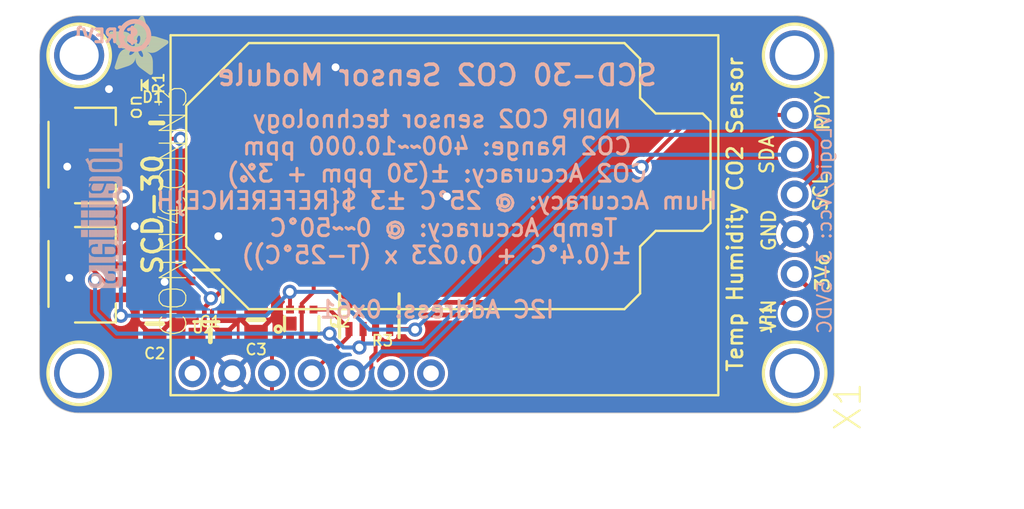
<source format=kicad_pcb>
(kicad_pcb (version 20221018) (generator pcbnew)
  (layers (0 "F.Cu" signal) (31 "B.Cu" signal) (34 "B.Paste" user) (35 "F.Paste" user) (36 "B.SilkS" user "B.Silkscreen") (37 "F.SilkS" user "F.Silkscreen") (38 "B.Mask" user) (39 "F.Mask" user) (44 "Edge.Cuts" user))
  (net 0 "")
  (net 1 "GND")
  (net 2 "SDA")
  (net 3 "SCL")
  (net 4 "SCL_3V")
  (net 5 "SDA_3V")
  (net 6 "3.3V")
  (net 7 "VCC")
  (net 8 "N$1")
  (net 9 "RDY")
  (footprint "working:JST_SH4" (layer "F.Cu") (at 125.767713 108.814007 -90)
    (fp_text reference "CONN4" (at -4.6 -5.9 90) (layer "F.SilkS") (effects (font (size 1.703222 1.703222) (thickness 0.074778)) (justify right)))
    (fp_text value "STEMMA_I2C_QT" hide)
    (pad "1" smd rect (at -1.5 -2.514) (size 1.55 0.6) (layers "F.Cu" "F.Paste" "F.Mask") (net 1 "GND"))
    (pad "2" smd rect (at -0.5 -2.514) (size 1.55 0.6) (layers "F.Cu" "F.Paste" "F.Mask") (net 7 "VCC"))
    (pad "3" smd rect (at 0.5 -2.514) (size 1.55 0.6) (layers "F.Cu" "F.Paste" "F.Mask") (net 2 "SDA"))
    (pad "4" smd rect (at 1.5 -2.514) (size 1.55 0.6) (layers "F.Cu" "F.Paste" "F.Mask") (net 3 "SCL"))
    (pad "MT1" smd rect (at -2.8 1.386) (size 1.8 1.2) (layers "F.Cu" "F.Paste" "F.Mask") (net 1 "GND"))
    (pad "MT2" smd rect (at 2.8 1.386) (size 1.8 1.2) (layers "F.Cu" "F.Paste" "F.Mask") (net 1 "GND"))
  )
  (footprint "working:0603-NO" (layer "F.Cu") (at 134.022713 112.751007)
    (fp_text reference "C1" (at -0.762 -0.889) (layer "F.SilkS") (effects (font (size 0.692831 0.692831) (thickness 0.119969)) (justify left)))
    (fp_text value "0.1uF")
    (pad "1" smd rect (at -0.85 0) (size 1.075 1) (layers "F.Cu" "F.Paste" "F.Mask") (net 6 "3.3V"))
    (pad "2" smd rect (at 0.85 0) (size 1.075 1) (layers "F.Cu" "F.Paste" "F.Mask") (net 1 "GND"))
  )
  (footprint "working:0603-NO" (layer "F.Cu") (at 130.593713 99.162007 90)
    (fp_text reference "R1" (at 1.778 0.127 90) (layer "F.SilkS") (effects (font (size 0.692831 0.692831) (thickness 0.119969)) (justify left)))
    (fp_text value "10K")
    (pad "1" smd rect (at -0.85 0 90) (size 1.075 1) (layers "F.Cu" "F.Paste" "F.Mask") (net 6 "3.3V"))
    (pad "2" smd rect (at 0.85 0 90) (size 1.075 1) (layers "F.Cu" "F.Paste" "F.Mask") (net 8 "N$1"))
  )
  (footprint "working:SCD30" (layer "F.Cu") (at 149.262713 105.131007 -90)
    (fp_text reference "X1" (at 10.5 -25.5 90) (layer "F.SilkS") (effects (font (size 1.647139 1.647139) (thickness 0.130861)) (justify right)))
    (fp_text value "SCD30")
    (pad "1" thru_hole circle (at 10.03 16.38 90) (size 1.778 1.778) (drill 1) (layers "*.Cu" "*.Mask") (net 6 "3.3V"))
    (pad "2" thru_hole circle (at 10.03 13.84 90) (size 1.778 1.778) (drill 1) (layers "*.Cu" "*.Mask") (net 1 "GND"))
    (pad "3" thru_hole circle (at 10.03 11.3 90) (size 1.778 1.778) (drill 1) (layers "*.Cu" "*.Mask") (net 4 "SCL_3V"))
    (pad "4" thru_hole circle (at 10.03 8.76 90) (size 1.778 1.778) (drill 1) (layers "*.Cu" "*.Mask") (net 5 "SDA_3V"))
    (pad "5" thru_hole circle (at 10.03 6.22 90) (size 1.778 1.778) (drill 1) (layers "*.Cu" "*.Mask") (net 9 "RDY"))
    (pad "6" thru_hole circle (at 10.03 3.68 90) (size 1.778 1.778) (drill 1) (layers "*.Cu" "*.Mask"))
    (pad "7" thru_hole circle (at 10.03 1.14 90) (size 1.778 1.778) (drill 1) (layers "*.Cu" "*.Mask"))
  )
  (footprint "working:0805-NO" (layer "F.Cu") (at 130.466713 111.989007 -90)
    (fp_text reference "C2" (at 1.905 -0.762) (layer "F.SilkS") (effects (font (size 0.692831 0.692831) (thickness 0.119969)) (justify right)))
    (fp_text value "10uF")
    (pad "1" smd rect (at -0.95 0 270) (size 1.24 1.5) (layers "F.Cu" "F.Paste" "F.Mask") (net 7 "VCC"))
    (pad "2" smd rect (at 0.95 0 270) (size 1.24 1.5) (layers "F.Cu" "F.Paste" "F.Mask") (net 1 "GND"))
  )
  (footprint "working:ADAFRUIT_3.5MM" (layer "F.Cu") (at 127.545713 96.114007)
    (fp_text reference "U$22" hide)
    (fp_text value "" hide)
  )
  (footprint "working:1X06_ROUND_70" (layer "F.Cu") (at 171.360713 105.004007 90)
    (fp_text reference "JP1" (at -7.6962 -1.8288 90) (layer "F.SilkS") (effects (font (size 0.692831 0.692831) (thickness 0.119969)) (justify left)))
    (fp_text value "")
    (pad "1" thru_hole circle (at -6.35 0 180) (size 1.778 1.778) (drill 1) (layers "*.Cu" "*.Mask") (net 7 "VCC"))
    (pad "2" thru_hole circle (at -3.81 0 180) (size 1.778 1.778) (drill 1) (layers "*.Cu" "*.Mask") (net 6 "3.3V"))
    (pad "3" thru_hole circle (at -1.27 0 180) (size 1.778 1.778) (drill 1) (layers "*.Cu" "*.Mask") (net 1 "GND"))
    (pad "4" thru_hole circle (at 1.27 0 180) (size 1.778 1.778) (drill 1) (layers "*.Cu" "*.Mask") (net 3 "SCL"))
    (pad "5" thru_hole circle (at 3.81 0 180) (size 1.778 1.778) (drill 1) (layers "*.Cu" "*.Mask") (net 2 "SDA"))
    (pad "6" thru_hole circle (at 6.35 0 180) (size 1.778 1.778) (drill 1) (layers "*.Cu" "*.Mask") (net 9 "RDY"))
  )
  (footprint "working:SOT23-5" (layer "F.Cu") (at 133.768713 110.211007 -90)
    (fp_text reference "U2" (at 2.032 -0.562) (layer "F.SilkS") (effects (font (size 0.692831 0.692831) (thickness 0.119969)) (justify right)))
    (fp_text value "AP2112K-3.3")
    (pad "1" smd rect (at -0.95 1.3001 270) (size 0.55 1.2) (layers "F.Cu" "F.Paste" "F.Mask") (net 7 "VCC"))
    (pad "2" smd rect (at 0 1.3001 270) (size 0.55 1.2) (layers "F.Cu" "F.Paste" "F.Mask") (net 1 "GND"))
    (pad "3" smd rect (at 0.95 1.3001 270) (size 0.55 1.2) (layers "F.Cu" "F.Paste" "F.Mask") (net 7 "VCC"))
    (pad "4" smd rect (at 0.95 -1.3001 270) (size 0.55 1.2) (layers "F.Cu" "F.Paste" "F.Mask"))
    (pad "5" smd rect (at -0.95 -1.3001 270) (size 0.55 1.2) (layers "F.Cu" "F.Paste" "F.Mask") (net 6 "3.3V"))
  )
  (footprint "working:MOUNTINGHOLE_2.5_PLATED" (layer "F.Cu") (at 171.360713 94.844007)
    (fp_text reference "U$17" hide)
    (fp_text value "MOUNTINGHOLE2.5" hide)
    (pad "P$1" thru_hole circle (at 0 0) (size 3.2 3.2) (drill 2.5) (layers "*.Cu" "*.Mask"))
    (zone (net 0) (net_name "") (layer "F.Cu") (connect_pads (clearance 0)) (min_thickness 0.25)
      (keepout (tracks not_allowed) (vias not_allowed) (pads not_allowed) (copperpour not_allowed) (footprints allowed))
      (fill (thermal_gap 0.5) (thermal_bridge_width 0.5))
      (polygon (pts (xy 173.376713 94.844007) (xy 173.357093 94.563434) (xy 173.298617 94.288322) (xy 173.202421 94.024026) (xy 173.070378 93.77569) (xy 172.905059 93.548147) (xy 172.70968 93.345827) (xy 172.488046 93.172667) (xy 172.244469 93.032038) (xy 171.983691 92.926677) (xy 171.710788 92.858635) (xy 171.43107 92.829235) (xy 171.149984 92.839051) (xy 170.872998 92.887891) (xy 170.605506 92.974804) (xy 170.352713 93.0981) (xy 170.119539 93.255377) (xy 169.910524 93.443576) (xy 169.729735 93.659032) (xy 169.580691 93.897552) (xy 169.466293 94.154494) (xy 169.388767 94.424857) (xy 169.349624 94.703378) (xy 169.349624 94.984636) (xy 169.388767 95.263157) (xy 169.466293 95.53352) (xy 169.580691 95.790462) (xy 169.729735 96.028982) (xy 169.910524 96.244438) (xy 170.119539 96.432637) (xy 170.352713 96.589914) (xy 170.605506 96.71321) (xy 170.872998 96.800123) (xy 171.149984 96.848963) (xy 171.43107 96.858779) (xy 171.710788 96.829379) (xy 171.983691 96.761337) (xy 172.244469 96.655976) (xy 172.488046 96.515347) (xy 172.70968 96.342187) (xy 172.905059 96.139867) (xy 173.070378 95.912324) (xy 173.202421 95.663988) (xy 173.298617 95.399692) (xy 173.357093 95.12458)))
      (polygon (pts (xy 171.344713 94.844007) (xy 171.349399 94.855321) (xy 171.360713 94.860007) (xy 171.372027 94.855321) (xy 171.376713 94.844007) (xy 171.372027 94.832693) (xy 171.360713 94.828007) (xy 171.349399 94.832693)))
    )
    (zone (net 0) (net_name "") (layer "B.Cu") (connect_pads (clearance 0)) (min_thickness 0.25)
      (keepout (tracks not_allowed) (vias not_allowed) (pads not_allowed) (copperpour not_allowed) (footprints allowed))
      (fill (thermal_gap 0.5) (thermal_bridge_width 0.5))
      (polygon (pts (xy 173.376713 94.844007) (xy 173.357093 94.563434) (xy 173.298617 94.288322) (xy 173.202421 94.024026) (xy 173.070378 93.77569) (xy 172.905059 93.548147) (xy 172.70968 93.345827) (xy 172.488046 93.172667) (xy 172.244469 93.032038) (xy 171.983691 92.926677) (xy 171.710788 92.858635) (xy 171.43107 92.829235) (xy 171.149984 92.839051) (xy 170.872998 92.887891) (xy 170.605506 92.974804) (xy 170.352713 93.0981) (xy 170.119539 93.255377) (xy 169.910524 93.443576) (xy 169.729735 93.659032) (xy 169.580691 93.897552) (xy 169.466293 94.154494) (xy 169.388767 94.424857) (xy 169.349624 94.703378) (xy 169.349624 94.984636) (xy 169.388767 95.263157) (xy 169.466293 95.53352) (xy 169.580691 95.790462) (xy 169.729735 96.028982) (xy 169.910524 96.244438) (xy 170.119539 96.432637) (xy 170.352713 96.589914) (xy 170.605506 96.71321) (xy 170.872998 96.800123) (xy 171.149984 96.848963) (xy 171.43107 96.858779) (xy 171.710788 96.829379) (xy 171.983691 96.761337) (xy 172.244469 96.655976) (xy 172.488046 96.515347) (xy 172.70968 96.342187) (xy 172.905059 96.139867) (xy 173.070378 95.912324) (xy 173.202421 95.663988) (xy 173.298617 95.399692) (xy 173.357093 95.12458)))
      (polygon (pts (xy 171.344713 94.844007) (xy 171.349399 94.855321) (xy 171.360713 94.860007) (xy 171.372027 94.855321) (xy 171.376713 94.844007) (xy 171.372027 94.832693) (xy 171.360713 94.828007) (xy 171.349399 94.832693)))
    )
  )
  (footprint "working:SOT363" (layer "F.Cu") (at 139.864713 111.989007)
    (fp_text reference "Q2" (at 1.651 -0.127) (layer "F.SilkS") (effects (font (size 0.692831 0.692831) (thickness 0.119969)) (justify left)))
    (fp_text value "BSS138")
    (pad "1" smd rect (at -0.75 0.9) (size 0.5 0.5) (layers "F.Cu" "F.Paste" "F.Mask") (net 4 "SCL_3V"))
    (pad "2" smd rect (at 0 0.9) (size 0.4 0.5) (layers "F.Cu" "F.Paste" "F.Mask") (net 6 "3.3V"))
    (pad "3" smd rect (at 0.75 0.9) (size 0.5 0.5) (layers "F.Cu" "F.Paste" "F.Mask") (net 2 "SDA"))
    (pad "4" smd rect (at 0.75 -0.9) (size 0.5 0.5) (layers "F.Cu" "F.Paste" "F.Mask") (net 5 "SDA_3V"))
    (pad "5" smd rect (at 0 -0.9) (size 0.4 0.5) (layers "F.Cu" "F.Paste" "F.Mask") (net 6 "3.3V"))
    (pad "6" smd rect (at -0.75 -0.9) (size 0.5 0.5) (layers "F.Cu" "F.Paste" "F.Mask") (net 3 "SCL"))
  )
  (footprint "working:0805-NO" (layer "F.Cu") (at 136.943713 111.735007 -90)
    (fp_text reference "C3" (at 1.905 -0.762) (layer "F.SilkS") (effects (font (size 0.692831 0.692831) (thickness 0.119969)) (justify right)))
    (fp_text value "10uF")
    (pad "1" smd rect (at -0.95 0 270) (size 1.24 1.5) (layers "F.Cu" "F.Paste" "F.Mask") (net 6 "3.3V"))
    (pad "2" smd rect (at 0.95 0 270) (size 1.24 1.5) (layers "F.Cu" "F.Paste" "F.Mask") (net 1 "GND"))
  )
  (footprint "working:FIDUCIAL_1MM" (layer "F.Cu") (at 133.387713 94.717007)
    (fp_text reference "FID4" hide)
    (fp_text value "FIDUCIAL_1MM" hide)
    (pad "1" smd roundrect (at 0 0) (size 1 1) (layers "F.Cu" "F.Mask") (roundrect_rratio 0.5))
  )
  (footprint "working:RESPACK_4X0603" (layer "F.Cu") (at 144.182713 111.481007 180)
    (fp_text reference "R3" (at -1.6 -1.6) (layer "F.SilkS") (effects (font (size 0.692831 0.692831) (thickness 0.119969)) (justify right)))
    (fp_text value "10K")
    (pad "1" smd rect (at -1.3 0.85 180) (size 0.45 0.9) (layers "F.Cu" "F.Paste" "F.Mask") (net 7 "VCC"))
    (pad "2" smd rect (at -0.4 0.85 180) (size 0.45 0.9) (layers "F.Cu" "F.Paste" "F.Mask") (net 6 "3.3V"))
    (pad "3" smd rect (at 0.4 0.85 180) (size 0.45 0.9) (layers "F.Cu" "F.Paste" "F.Mask") (net 7 "VCC"))
    (pad "4" smd rect (at 1.3 0.85 180) (size 0.45 0.9) (layers "F.Cu" "F.Paste" "F.Mask") (net 6 "3.3V"))
    (pad "5" smd rect (at 1.3 -0.85 180) (size 0.45 0.9) (layers "F.Cu" "F.Paste" "F.Mask") (net 5 "SDA_3V"))
    (pad "6" smd rect (at 0.4 -0.85 180) (size 0.45 0.9) (layers "F.Cu" "F.Paste" "F.Mask") (net 2 "SDA"))
    (pad "7" smd rect (at -0.4 -0.85 180) (size 0.45 0.9) (layers "F.Cu" "F.Paste" "F.Mask") (net 4 "SCL_3V"))
    (pad "8" smd rect (at -1.3 -0.85 180) (size 0.45 0.9) (layers "F.Cu" "F.Paste" "F.Mask") (net 3 "SCL"))
  )
  (footprint "working:MOUNTINGHOLE_2.5_PLATED" (layer "F.Cu") (at 171.360713 115.164007)
    (fp_text reference "U$21" hide)
    (fp_text value "MOUNTINGHOLE2.5" hide)
    (pad "P$1" thru_hole circle (at 0 0) (size 3.2 3.2) (drill 2.5) (layers "*.Cu" "*.Mask"))
    (zone (net 0) (net_name "") (layer "F.Cu") (connect_pads (clearance 0)) (min_thickness 0.25)
      (keepout (tracks not_allowed) (vias not_allowed) (pads not_allowed) (copperpour not_allowed) (footprints allowed))
      (fill (thermal_gap 0.5) (thermal_bridge_width 0.5))
      (polygon (pts (xy 173.376713 115.164007) (xy 173.357093 114.883434) (xy 173.298617 114.608322) (xy 173.202421 114.344026) (xy 173.070378 114.09569) (xy 172.905059 113.868147) (xy 172.70968 113.665827) (xy 172.488046 113.492667) (xy 172.244469 113.352038) (xy 171.983691 113.246677) (xy 171.710788 113.178635) (xy 171.43107 113.149235) (xy 171.149984 113.159051) (xy 170.872998 113.207891) (xy 170.605506 113.294804) (xy 170.352713 113.4181) (xy 170.119539 113.575377) (xy 169.910524 113.763576) (xy 169.729735 113.979032) (xy 169.580691 114.217552) (xy 169.466293 114.474494) (xy 169.388767 114.744857) (xy 169.349624 115.023378) (xy 169.349624 115.304636) (xy 169.388767 115.583157) (xy 169.466293 115.85352) (xy 169.580691 116.110462) (xy 169.729735 116.348982) (xy 169.910524 116.564438) (xy 170.119539 116.752637) (xy 170.352713 116.909914) (xy 170.605506 117.03321) (xy 170.872998 117.120123) (xy 171.149984 117.168963) (xy 171.43107 117.178779) (xy 171.710788 117.149379) (xy 171.983691 117.081337) (xy 172.244469 116.975976) (xy 172.488046 116.835347) (xy 172.70968 116.662187) (xy 172.905059 116.459867) (xy 173.070378 116.232324) (xy 173.202421 115.983988) (xy 173.298617 115.719692) (xy 173.357093 115.44458)))
      (polygon (pts (xy 171.344713 115.164007) (xy 171.349399 115.175321) (xy 171.360713 115.180007) (xy 171.372027 115.175321) (xy 171.376713 115.164007) (xy 171.372027 115.152693) (xy 171.360713 115.148007) (xy 171.349399 115.152693)))
    )
    (zone (net 0) (net_name "") (layer "B.Cu") (connect_pads (clearance 0)) (min_thickness 0.25)
      (keepout (tracks not_allowed) (vias not_allowed) (pads not_allowed) (copperpour not_allowed) (footprints allowed))
      (fill (thermal_gap 0.5) (thermal_bridge_width 0.5))
      (polygon (pts (xy 173.376713 115.164007) (xy 173.357093 114.883434) (xy 173.298617 114.608322) (xy 173.202421 114.344026) (xy 173.070378 114.09569) (xy 172.905059 113.868147) (xy 172.70968 113.665827) (xy 172.488046 113.492667) (xy 172.244469 113.352038) (xy 171.983691 113.246677) (xy 171.710788 113.178635) (xy 171.43107 113.149235) (xy 171.149984 113.159051) (xy 170.872998 113.207891) (xy 170.605506 113.294804) (xy 170.352713 113.4181) (xy 170.119539 113.575377) (xy 169.910524 113.763576) (xy 169.729735 113.979032) (xy 169.580691 114.217552) (xy 169.466293 114.474494) (xy 169.388767 114.744857) (xy 169.349624 115.023378) (xy 169.349624 115.304636) (xy 169.388767 115.583157) (xy 169.466293 115.85352) (xy 169.580691 116.110462) (xy 169.729735 116.348982) (xy 169.910524 116.564438) (xy 170.119539 116.752637) (xy 170.352713 116.909914) (xy 170.605506 117.03321) (xy 170.872998 117.120123) (xy 171.149984 117.168963) (xy 171.43107 117.178779) (xy 171.710788 117.149379) (xy 171.983691 117.081337) (xy 172.244469 116.975976) (xy 172.488046 116.835347) (xy 172.70968 116.662187) (xy 172.905059 116.459867) (xy 173.070378 116.232324) (xy 173.202421 115.983988) (xy 173.298617 115.719692) (xy 173.357093 115.44458)))
      (polygon (pts (xy 171.344713 115.164007) (xy 171.349399 115.175321) (xy 171.360713 115.180007) (xy 171.372027 115.175321) (xy 171.376713 115.164007) (xy 171.372027 115.152693) (xy 171.360713 115.148007) (xy 171.349399 115.152693)))
    )
  )
  (footprint "working:FIDUCIAL_1MM" (layer "F.Cu") (at 165.137713 115.291007)
    (fp_text reference "FID3" hide)
    (fp_text value "FIDUCIAL_1MM" hide)
    (pad "1" smd roundrect (at 0 0) (size 1 1) (layers "F.Cu" "F.Mask") (roundrect_rratio 0.5))
  )
  (footprint "working:MOUNTINGHOLE_2.5_PLATED" (layer "F.Cu") (at 125.640713 115.164007)
    (fp_text reference "U$19" hide)
    (fp_text value "MOUNTINGHOLE2.5" hide)
    (pad "P$1" thru_hole circle (at 0 0) (size 3.2 3.2) (drill 2.5) (layers "*.Cu" "*.Mask"))
    (zone (net 0) (net_name "") (layer "F.Cu") (connect_pads (clearance 0)) (min_thickness 0.25)
      (keepout (tracks not_allowed) (vias not_allowed) (pads not_allowed) (copperpour not_allowed) (footprints allowed))
      (fill (thermal_gap 0.5) (thermal_bridge_width 0.5))
      (polygon (pts (xy 127.656713 115.164007) (xy 127.637093 114.883434) (xy 127.578617 114.608322) (xy 127.482421 114.344026) (xy 127.350378 114.09569) (xy 127.185059 113.868147) (xy 126.98968 113.665827) (xy 126.768046 113.492667) (xy 126.524469 113.352038) (xy 126.263691 113.246677) (xy 125.990788 113.178635) (xy 125.71107 113.149235) (xy 125.429984 113.159051) (xy 125.152998 113.207891) (xy 124.885506 113.294804) (xy 124.632713 113.4181) (xy 124.399539 113.575377) (xy 124.190524 113.763576) (xy 124.009735 113.979032) (xy 123.860691 114.217552) (xy 123.746293 114.474494) (xy 123.668767 114.744857) (xy 123.629624 115.023378) (xy 123.629624 115.304636) (xy 123.668767 115.583157) (xy 123.746293 115.85352) (xy 123.860691 116.110462) (xy 124.009735 116.348982) (xy 124.190524 116.564438) (xy 124.399539 116.752637) (xy 124.632713 116.909914) (xy 124.885506 117.03321) (xy 125.152998 117.120123) (xy 125.429984 117.168963) (xy 125.71107 117.178779) (xy 125.990788 117.149379) (xy 126.263691 117.081337) (xy 126.524469 116.975976) (xy 126.768046 116.835347) (xy 126.98968 116.662187) (xy 127.185059 116.459867) (xy 127.350378 116.232324) (xy 127.482421 115.983988) (xy 127.578617 115.719692) (xy 127.637093 115.44458)))
      (polygon (pts (xy 125.624713 115.164007) (xy 125.629399 115.175321) (xy 125.640713 115.180007) (xy 125.652027 115.175321) (xy 125.656713 115.164007) (xy 125.652027 115.152693) (xy 125.640713 115.148007) (xy 125.629399 115.152693)))
    )
    (zone (net 0) (net_name "") (layer "B.Cu") (connect_pads (clearance 0)) (min_thickness 0.25)
      (keepout (tracks not_allowed) (vias not_allowed) (pads not_allowed) (copperpour not_allowed) (footprints allowed))
      (fill (thermal_gap 0.5) (thermal_bridge_width 0.5))
      (polygon (pts (xy 127.656713 115.164007) (xy 127.637093 114.883434) (xy 127.578617 114.608322) (xy 127.482421 114.344026) (xy 127.350378 114.09569) (xy 127.185059 113.868147) (xy 126.98968 113.665827) (xy 126.768046 113.492667) (xy 126.524469 113.352038) (xy 126.263691 113.246677) (xy 125.990788 113.178635) (xy 125.71107 113.149235) (xy 125.429984 113.159051) (xy 125.152998 113.207891) (xy 124.885506 113.294804) (xy 124.632713 113.4181) (xy 124.399539 113.575377) (xy 124.190524 113.763576) (xy 124.009735 113.979032) (xy 123.860691 114.217552) (xy 123.746293 114.474494) (xy 123.668767 114.744857) (xy 123.629624 115.023378) (xy 123.629624 115.304636) (xy 123.668767 115.583157) (xy 123.746293 115.85352) (xy 123.860691 116.110462) (xy 124.009735 116.348982) (xy 124.190524 116.564438) (xy 124.399539 116.752637) (xy 124.632713 116.909914) (xy 124.885506 117.03321) (xy 125.152998 117.120123) (xy 125.429984 117.168963) (xy 125.71107 117.178779) (xy 125.990788 117.149379) (xy 126.263691 117.081337) (xy 126.524469 116.975976) (xy 126.768046 116.835347) (xy 126.98968 116.662187) (xy 127.185059 116.459867) (xy 127.350378 116.232324) (xy 127.482421 115.983988) (xy 127.578617 115.719692) (xy 127.637093 115.44458)))
      (polygon (pts (xy 125.624713 115.164007) (xy 125.629399 115.175321) (xy 125.640713 115.180007) (xy 125.652027 115.175321) (xy 125.656713 115.164007) (xy 125.652027 115.152693) (xy 125.640713 115.148007) (xy 125.629399 115.152693)))
    )
  )
  (footprint "working:CHIPLED_0603_NOOUTLINE" (layer "F.Cu") (at 129.831713 96.749007 90)
    (fp_text reference "D1" (at -0.762 1.27) (layer "F.SilkS") (effects (font (size 0.692831 0.692831) (thickness 0.119969)) (justify right)))
    (fp_text value "GREEN")
    (pad "A" smd rect (at 0 0.75 90) (size 0.8 0.8) (layers "F.Cu" "F.Paste" "F.Mask") (net 8 "N$1"))
    (pad "C" smd rect (at 0 -0.75 90) (size 0.8 0.8) (layers "F.Cu" "F.Paste" "F.Mask") (net 1 "GND"))
  )
  (footprint "working:JST_SH4" (layer "F.Cu") (at 125.767713 101.194007 -90)
    (fp_text reference "CONN3" (at -4.6 -5.9 90) (layer "F.SilkS") (effects (font (size 1.703222 1.703222) (thickness 0.074778)) (justify right)))
    (fp_text value "STEMMA_I2C_QT" hide)
    (pad "1" smd rect (at -1.5 -2.514) (size 1.55 0.6) (layers "F.Cu" "F.Paste" "F.Mask") (net 1 "GND"))
    (pad "2" smd rect (at -0.5 -2.514) (size 1.55 0.6) (layers "F.Cu" "F.Paste" "F.Mask") (net 7 "VCC"))
    (pad "3" smd rect (at 0.5 -2.514) (size 1.55 0.6) (layers "F.Cu" "F.Paste" "F.Mask") (net 2 "SDA"))
    (pad "4" smd rect (at 1.5 -2.514) (size 1.55 0.6) (layers "F.Cu" "F.Paste" "F.Mask") (net 3 "SCL"))
    (pad "MT1" smd rect (at -2.8 1.386) (size 1.8 1.2) (layers "F.Cu" "F.Paste" "F.Mask") (net 1 "GND"))
    (pad "MT2" smd rect (at 2.8 1.386) (size 1.8 1.2) (layers "F.Cu" "F.Paste" "F.Mask") (net 1 "GND"))
  )
  (footprint "working:MOUNTINGHOLE_2.5_PLATED" (layer "F.Cu") (at 125.640713 94.844007)
    (fp_text reference "U$1" hide)
    (fp_text value "MOUNTINGHOLE2.5" hide)
    (pad "P$1" thru_hole circle (at 0 0) (size 3.2 3.2) (drill 2.5) (layers "*.Cu" "*.Mask"))
    (zone (net 0) (net_name "") (layer "F.Cu") (connect_pads (clearance 0)) (min_thickness 0.25)
      (keepout (tracks not_allowed) (vias not_allowed) (pads not_allowed) (copperpour not_allowed) (footprints allowed))
      (fill (thermal_gap 0.5) (thermal_bridge_width 0.5))
      (polygon (pts (xy 127.656713 94.844007) (xy 127.637093 94.563434) (xy 127.578617 94.288322) (xy 127.482421 94.024026) (xy 127.350378 93.77569) (xy 127.185059 93.548147) (xy 126.98968 93.345827) (xy 126.768046 93.172667) (xy 126.524469 93.032038) (xy 126.263691 92.926677) (xy 125.990788 92.858635) (xy 125.71107 92.829235) (xy 125.429984 92.839051) (xy 125.152998 92.887891) (xy 124.885506 92.974804) (xy 124.632713 93.0981) (xy 124.399539 93.255377) (xy 124.190524 93.443576) (xy 124.009735 93.659032) (xy 123.860691 93.897552) (xy 123.746293 94.154494) (xy 123.668767 94.424857) (xy 123.629624 94.703378) (xy 123.629624 94.984636) (xy 123.668767 95.263157) (xy 123.746293 95.53352) (xy 123.860691 95.790462) (xy 124.009735 96.028982) (xy 124.190524 96.244438) (xy 124.399539 96.432637) (xy 124.632713 96.589914) (xy 124.885506 96.71321) (xy 125.152998 96.800123) (xy 125.429984 96.848963) (xy 125.71107 96.858779) (xy 125.990788 96.829379) (xy 126.263691 96.761337) (xy 126.524469 96.655976) (xy 126.768046 96.515347) (xy 126.98968 96.342187) (xy 127.185059 96.139867) (xy 127.350378 95.912324) (xy 127.482421 95.663988) (xy 127.578617 95.399692) (xy 127.637093 95.12458)))
      (polygon (pts (xy 125.624713 94.844007) (xy 125.629399 94.855321) (xy 125.640713 94.860007) (xy 125.652027 94.855321) (xy 125.656713 94.844007) (xy 125.652027 94.832693) (xy 125.640713 94.828007) (xy 125.629399 94.832693)))
    )
    (zone (net 0) (net_name "") (layer "B.Cu") (connect_pads (clearance 0)) (min_thickness 0.25)
      (keepout (tracks not_allowed) (vias not_allowed) (pads not_allowed) (copperpour not_allowed) (footprints allowed))
      (fill (thermal_gap 0.5) (thermal_bridge_width 0.5))
      (polygon (pts (xy 127.656713 94.844007) (xy 127.637093 94.563434) (xy 127.578617 94.288322) (xy 127.482421 94.024026) (xy 127.350378 93.77569) (xy 127.185059 93.548147) (xy 126.98968 93.345827) (xy 126.768046 93.172667) (xy 126.524469 93.032038) (xy 126.263691 92.926677) (xy 125.990788 92.858635) (xy 125.71107 92.829235) (xy 125.429984 92.839051) (xy 125.152998 92.887891) (xy 124.885506 92.974804) (xy 124.632713 93.0981) (xy 124.399539 93.255377) (xy 124.190524 93.443576) (xy 124.009735 93.659032) (xy 123.860691 93.897552) (xy 123.746293 94.154494) (xy 123.668767 94.424857) (xy 123.629624 94.703378) (xy 123.629624 94.984636) (xy 123.668767 95.263157) (xy 123.746293 95.53352) (xy 123.860691 95.790462) (xy 124.009735 96.028982) (xy 124.190524 96.244438) (xy 124.399539 96.432637) (xy 124.632713 96.589914) (xy 124.885506 96.71321) (xy 125.152998 96.800123) (xy 125.429984 96.848963) (xy 125.71107 96.858779) (xy 125.990788 96.829379) (xy 126.263691 96.761337) (xy 126.524469 96.655976) (xy 126.768046 96.515347) (xy 126.98968 96.342187) (xy 127.185059 96.139867) (xy 127.350378 95.912324) (xy 127.482421 95.663988) (xy 127.578617 95.399692) (xy 127.637093 95.12458)))
      (polygon (pts (xy 125.624713 94.844007) (xy 125.629399 94.855321) (xy 125.640713 94.860007) (xy 125.652027 94.855321) (xy 125.656713 94.844007) (xy 125.652027 94.832693) (xy 125.640713 94.828007) (xy 125.629399 94.832693)))
    )
  )
  (footprint "working:STEMMAQT" (layer "B.Cu") (at 125.767713 109.703007 90)
    (fp_text reference "U$30" hide)
    (fp_text value "" hide)
  )
  (footprint "working:PCBFEAT-REV-040" (layer "B.Cu") (at 129.196713 93.574007 180)
    (fp_text reference "U$25" hide)
    (fp_text value "" hide)
    (fp_text user "${REV}" (at -0.3556 -0.508) (layer "B.SilkS") (effects (font (size 0.8128 0.8128) (thickness 0.2032)) (justify left bottom mirror)))
  )
  (gr_arc (start 125.640713 117.704007) (mid 123.844662 116.960058) (end 123.100713 115.164007) (stroke (width 0.05)) (layer "Edge.Cuts"))
  (gr_arc (start 171.360713 92.304007) (mid 173.130462 92.984456) (end 173.900713 94.717007) (stroke (width 0.05)) (layer "Edge.Cuts"))
  (gr_arc (start 123.100713 94.844007) (mid 123.844662 93.047956) (end 125.640713 92.304007) (stroke (width 0.05)) (layer "Edge.Cuts"))
  (gr_line (start 123.100713 94.844007) (end 123.100713 115.164007) (stroke (width 0.05)) (layer "Edge.Cuts"))
  (gr_line (start 125.640713 117.704007) (end 171.360713 117.704007) (stroke (width 0.05)) (layer "Edge.Cuts"))
  (gr_line (start 173.900713 115.037007) (end 173.900713 94.717007) (stroke (width 0.05)) (layer "Edge.Cuts"))
  (gr_line (start 171.360713 92.304007) (end 125.640713 92.304007) (stroke (width 0.05)) (layer "Edge.Cuts"))
  (gr_arc (start 173.900713 115.037007) (mid 173.183067 116.896558) (end 171.360713 117.704007) (stroke (width 0.05)) (layer "Edge.Cuts"))
  (gr_text "SCD-30 CO2 Sensor Module" (at 148.500713 96.114007) (layer "B.SilkS") (effects (font (size 1.2954 1.2954) (thickness 0.2286)) (justify mirror)))
  (gr_text "NDIR CO2 sensor technology\nCO2 Range: 400~~10.000 ppm\nCO2 Accuracy: ±(30 ppm + 3%)\nHum Accuracy: @ 25°C ±3 %RH\nTemp Accuracy: @ 0~~50°C \n±(0.4°C + 0.023 x (T-25°C))\n\nI2C Address: 0x61" (at 148.500713 105.004007) (layer "B.SilkS") (effects (font (size 1.0795 1.0795) (thickness 0.1905)) (justify mirror)))
  (gr_text "VLogic/Vcc: 3-5VDC" (at 173.265713 105.639007 -270) (layer "B.SilkS") (effects (font (size 0.89408 0.89408) (thickness 0.12192)) (justify mirror)))
  (gr_text "GND" (at 169.709713 106.020007 90) (layer "F.SilkS") (effects (font (size 0.87376 0.87376) (thickness 0.14224))))
  (gr_text "RDY" (at 173.138713 98.400007 90) (layer "F.SilkS") (effects (font (size 0.87376 0.87376) (thickness 0.14224))))
  (gr_text "VIN" (at 169.709713 111.481007 90) (layer "F.SilkS") (effects (font (size 0.87376 0.87376) (thickness 0.14224))))
  (gr_text "SCL" (at 173.011713 103.607007 90) (layer "F.SilkS") (effects (font (size 0.87376 0.87376) (thickness 0.14224))))
  (gr_text "SDA" (at 169.582713 101.194007 90) (layer "F.SilkS") (effects (font (size 0.87376 0.87376) (thickness 0.14224))))
  (gr_text "SCD-30" (at 130.339713 105.004007 90) (layer "F.SilkS") (effects (font (size 1.25222 1.25222) (thickness 0.22098))))
  (gr_text "3Vo" (at 173.138713 108.687007 90) (layer "F.SilkS") (effects (font (size 0.87376 0.87376) (thickness 0.14224))))
  (gr_text "on" (at 129.704713 99.035007 90) (layer "F.SilkS") (effects (font (size 0.89408 0.89408) (thickness 0.12192)) (justify left bottom)))
  (gr_text "Temp Humidity CO2 Sensor" (at 167.550713 105.004007 90) (layer "F.SilkS") (effects (font (size 0.97155 0.97155) (thickness 0.17145))))
  (via (at 129.196713 105.766007) (size 0.9064) (drill 0.5) (layers "F.Cu" "B.Cu") (net 1))
  (via (at 124.878713 101.956007) (size 0.9064) (drill 0.5) (layers "F.Cu" "B.Cu") (net 1))
  (via (at 149.135713 103.861007) (size 0.9064) (drill 0.5) (layers "F.Cu" "B.Cu") (net 1))
  (via (at 134.530713 106.401007) (size 0.9064) (drill 0.5) (layers "F.Cu" "B.Cu") (net 1))
  (via (at 131.101713 109.322007) (size 0.9064) (drill 0.5) (layers "F.Cu" "B.Cu") (net 1))
  (via (at 127.545713 97.003007) (size 0.9064) (drill 0.5) (layers "F.Cu" "B.Cu") (net 1))
  (via (at 125.005713 109.068007) (size 0.9064) (drill 0.5) (layers "F.Cu" "B.Cu") (net 1))
  (via (at 142.023713 95.606007) (size 0.9064) (drill 0.5) (layers "F.Cu" "B.Cu") (net 1))
  (segment (start 126.529713 102.210007) (end 126.529713 108.560007) (width 0.254) (layer "F.Cu") (net 2))
  (segment (start 143.547713 113.513007) (end 143.616713 113.513007) (width 0.254) (layer "F.Cu") (net 2))
  (segment (start 126.910713 108.941007) (end 127.283713 109.314007) (width 0.254) (layer "F.Cu") (net 2))
  (segment (start 140.879713 112.624007) (end 141.642713 112.624007) (width 0.254) (layer "F.Cu") (net 2))
  (segment (start 140.614713 112.889007) (end 140.879713 112.624007) (width 0.254) (layer "F.Cu") (net 2))
  (segment (start 126.529713 108.560007) (end 126.910713 108.941007) (width 0.254) (layer "F.Cu") (net 2))
  (segment (start 143.782713 113.347007) (end 143.782713 112.331007) (width 0.254) (layer "F.Cu") (net 2))
  (segment (start 127.283713 109.314007) (end 128.281713 109.314007) (width 0.254) (layer "F.Cu") (net 2))
  (segment (start 127.045713 101.694007) (end 126.529713 102.210007) (width 0.254) (layer "F.Cu") (net 2))
  (segment (start 126.656713 109.195007) (end 126.910713 108.941007) (width 0.254) (layer "F.Cu") (net 2))
  (segment (start 143.782713 112.331007) (end 143.782713 112.008007) (width 0.254) (layer "F.Cu") (net 2))
  (segment (start 128.281713 101.694007) (end 127.045713 101.694007) (width 0.254) (layer "F.Cu") (net 2))
  (segment (start 143.782713 113.347007) (end 143.616713 113.513007) (width 0.254) (layer "F.Cu") (net 2))
  (via (at 141.642713 112.624007) (size 0.9064) (drill 0.5) (layers "F.Cu" "B.Cu") (net 2))
  (via (at 143.547713 113.513007) (size 0.9064) (drill 0.5) (layers "F.Cu" "B.Cu") (net 2))
  (via (at 126.656713 109.195007) (size 0.9064) (drill 0.5) (layers "F.Cu" "B.Cu") (net 2))
  (segment (start 142.531713 113.513007) (end 143.547713 113.513007) (width 0.254) (layer "B.Cu") (net 2))
  (segment (start 147.576613 113.259007) (end 143.801713 113.259007) (width 0.254) (layer "B.Cu") (net 2))
  (segment (start 141.642713 112.624007) (end 142.531713 113.513007) (width 0.254) (layer "B.Cu") (net 2))
  (segment (start 159.641613 101.194007) (end 171.360713 101.194007) (width 0.254) (layer "B.Cu") (net 2))
  (segment (start 126.656713 111.227007) (end 126.656713 109.195007) (width 0.254) (layer "B.Cu") (net 2))
  (segment (start 143.547713 113.513007) (end 143.801713 113.259007) (width 0.254) (layer "B.Cu") (net 2))
  (segment (start 128.053713 112.624007) (end 126.656713 111.227007) (width 0.254) (layer "B.Cu") (net 2))
  (segment (start 141.642713 112.624007) (end 128.053713 112.624007) (width 0.254) (layer "B.Cu") (net 2))
  (segment (start 147.576613 113.259007) (end 159.641613 101.194007) (width 0.254) (layer "B.Cu") (net 2))
  (segment (start 128.307713 111.481007) (end 128.307713 110.314007) (width 0.254) (layer "F.Cu") (net 3))
  (segment (start 139.114713 111.089007) (end 139.114713 109.969007) (width 0.254) (layer "F.Cu") (net 3))
  (segment (start 128.281713 103.708007) (end 128.434713 103.861007) (width 0.254) (layer "F.Cu") (net 3))
  (segment (start 147.064713 112.331007) (end 145.482713 112.331007) (width 0.254) (layer "F.Cu") (net 3))
  (segment (start 128.307713 110.314007) (end 128.281713 110.314007) (width 0.254) (layer "F.Cu") (net 3))
  (segment (start 128.281713 102.694007) (end 128.281713 103.708007) (width 0.254) (layer "F.Cu") (net 3))
  (segment (start 139.114713 109.969007) (end 139.102713 109.957007) (width 0.254) (layer "F.Cu") (net 3))
  (segment (start 147.103713 112.370007) (end 147.064713 112.331007) (width 0.254) (layer "F.Cu") (net 3))
  (via (at 128.434713 103.861007) (size 0.9064) (drill 0.5) (layers "F.Cu" "B.Cu") (net 3))
  (via (at 147.103713 112.370007) (size 0.9064) (drill 0.5) (layers "F.Cu" "B.Cu") (net 3))
  (via (at 128.307713 111.481007) (size 0.9064) (drill 0.5) (layers "F.Cu" "B.Cu") (net 3))
  (via (at 139.102713 109.957007) (size 0.9064) (drill 0.5) (layers "F.Cu" "B.Cu") (net 3))
  (segment (start 144.182713 112.370007) (end 141.769713 109.957007) (width 0.254) (layer "B.Cu") (net 3))
  (segment (start 159.549713 99.924007) (end 172.376713 99.924007) (width 0.254) (layer "B.Cu") (net 3))
  (segment (start 128.307713 111.481007) (end 137.578713 111.481007) (width 0.254) (layer "B.Cu") (net 3))
  (segment (start 172.757713 102.337007) (end 171.360713 103.734007) (width 0.254) (layer "B.Cu") (net 3))
  (segment (start 137.578713 111.481007) (end 139.102713 109.957007) (width 0.254) (layer "B.Cu") (net 3))
  (segment (start 172.757713 100.305007) (end 172.757713 102.337007) (width 0.254) (layer "B.Cu") (net 3))
  (segment (start 128.434713 103.861007) (end 128.307713 103.988007) (width 0.254) (layer "B.Cu") (net 3))
  (segment (start 128.307713 103.988007) (end 128.307713 111.481007) (width 0.254) (layer "B.Cu") (net 3))
  (segment (start 147.103713 112.370007) (end 159.549713 99.924007) (width 0.254) (layer "B.Cu") (net 3))
  (segment (start 172.376713 99.924007) (end 172.757713 100.305007) (width 0.254) (layer "B.Cu") (net 3))
  (segment (start 144.182713 112.370007) (end 147.103713 112.370007) (width 0.254) (layer "B.Cu") (net 3))
  (segment (start 139.102713 109.957007) (end 141.769713 109.957007) (width 0.254) (layer "B.Cu") (net 3))
  (segment (start 137.962713 116.431007) (end 137.962713 115.161007) (width 0.254) (layer "F.Cu") (net 4))
  (segment (start 144.309713 116.434007) (end 143.547713 117.196007) (width 0.254) (layer "F.Cu") (net 4))
  (segment (start 138.727713 117.196007) (end 137.962713 116.431007) (width 0.254) (layer "F.Cu") (net 4))
  (segment (start 144.309713 114.148007) (end 144.309713 116.434007) (width 0.254) (layer "F.Cu") (net 4))
  (segment (start 144.582713 112.331007) (end 144.582713 113.875007) (width 0.254) (layer "F.Cu") (net 4))
  (segment (start 137.962713 114.041007) (end 139.114713 112.889007) (width 0.254) (layer "F.Cu") (net 4))
  (segment (start 144.582713 113.875007) (end 144.309713 114.148007) (width 0.254) (layer "F.Cu") (net 4))
  (segment (start 137.962713 115.161007) (end 137.962713 114.041007) (width 0.254) (layer "F.Cu") (net 4))
  (segment (start 143.547713 117.196007) (end 138.727713 117.196007) (width 0.254) (layer "F.Cu") (net 4))
  (segment (start 141.640713 111.089007) (end 142.882713 112.331007) (width 0.254) (layer "F.Cu") (net 5))
  (segment (start 140.502713 115.161007) (end 142.882713 112.781007) (width 0.254) (layer "F.Cu") (net 5))
  (segment (start 140.614713 111.089007) (end 141.640713 111.089007) (width 0.254) (layer "F.Cu") (net 5))
  (segment (start 142.882713 112.781007) (end 142.882713 112.331007) (width 0.254) (layer "F.Cu") (net 5))
  (segment (start 140.626713 109.576007) (end 140.626713 109.957007) (width 0.254) (layer "F.Cu") (net 6))
  (segment (start 139.864713 112.889007) (end 139.864713 111.089007) (width 0.254) (layer "F.Cu") (net 6))
  (segment (start 144.227113 111.436607) (end 144.252513 111.411207) (width 0.254) (layer "F.Cu") (net 6))
  (segment (start 169.963713 112.751007) (end 172.249713 112.751007) (width 0.3048) (layer "F.Cu") (net 6))
  (segment (start 132.117713 100.178007) (end 130.759713 100.178007) (width 0.254) (layer "F.Cu") (net 6))
  (segment (start 142.208713 109.957007) (end 140.626713 109.957007) (width 0.254) (layer "F.Cu") (net 6))
  (segment (start 140.626713 109.957007) (end 139.864713 110.719007) (width 0.254) (layer "F.Cu") (net 6))
  (segment (start 168.649313 111.436607) (end 169.963713 112.751007) (width 0.3048) (layer "F.Cu") (net 6))
  (segment (start 135.261813 109.068007) (end 140.118713 109.068007) (width 0.254) (layer "F.Cu") (net 6))
  (segment (start 136.307913 110.785007) (end 135.068813 109.545907) (width 0.3048) (layer "F.Cu") (net 6))
  (segment (start 144.379513 111.411207) (end 144.582713 111.208007) (width 0.254) (layer "F.Cu") (net 6))
  (segment (start 142.882713 110.631007) (end 142.882713 111.070007) (width 0.254) (layer "F.Cu") (net 6))
  (segment (start 134.276713 110.338007) (end 133.641713 110.973007) (width 0.3048) (layer "F.Cu") (net 6))
  (segment (start 173.011713 111.989007) (end 173.011713 110.465007) (width 0.3048) (layer "F.Cu") (net 6))
  (segment (start 133.172713 112.751007) (end 133.641713 112.282007) (width 0.3048) (layer "F.Cu") (net 6))
  (segment (start 144.227113 111.436607) (end 168.649313 111.436607) (width 0.3048) (layer "F.Cu") (net 6))
  (segment (start 134.276713 110.338007) (end 134.243806 110.370914) (width 0.254) (layer "F.Cu") (net 6))
  (segment (start 132.882713 113.041007) (end 133.172713 112.751007) (width 0.3048) (layer "F.Cu") (net 6))
  (segment (start 134.243806 110.370914) (end 134.055619 110.370914) (width 0.254) (layer "F.Cu") (net 6))
  (segment (start 136.943713 110.785007) (end 136.307913 110.785007) (width 0.3048) (layer "F.Cu") (net 6))
  (segment (start 144.582713 111.208007) (end 144.582713 110.631007) (width 0.254) (layer "F.Cu") (net 6))
  (segment (start 173.011713 110.465007) (end 171.360713 108.814007) (width 0.3048) (layer "F.Cu") (net 6))
  (segment (start 139.864713 110.719007) (end 139.864713 111.089007) (width 0.254) (layer "F.Cu") (net 6))
  (segment (start 142.882713 111.070007) (end 143.223913 111.411207) (width 0.254) (layer "F.Cu") (net 6))
  (segment (start 133.641713 112.282007) (end 133.641713 110.973007) (width 0.3048) (layer "F.Cu") (net 6))
  (segment (start 140.118713 109.068007) (end 140.626713 109.576007) (width 0.254) (layer "F.Cu") (net 6))
  (segment (start 135.068813 109.261007) (end 135.068813 109.545907) (width 0.3048) (layer "F.Cu") (net 6))
  (segment (start 142.882713 110.631007) (end 142.208713 109.957007) (width 0.254) (layer "F.Cu") (net 6))
  (segment (start 135.068813 109.261007) (end 135.261813 109.068007) (width 0.254) (layer "F.Cu") (net 6))
  (segment (start 135.068813 109.545907) (end 134.276713 110.338007) (width 0.3048) (layer "F.Cu") (net 6))
  (segment (start 144.252513 111.411207) (end 144.379513 111.411207) (width 0.254) (layer "F.Cu") (net 6))
  (segment (start 172.249713 112.751007) (end 173.011713 111.989007) (width 0.3048) (layer "F.Cu") (net 6))
  (segment (start 130.759713 100.178007) (end 130.593713 100.012007) (width 0.254) (layer "F.Cu") (net 6))
  (segment (start 143.223913 111.411207) (end 144.252513 111.411207) (width 0.254) (layer "F.Cu") (net 6))
  (segment (start 132.882713 115.161007) (end 132.882713 113.041007) (width 0.3048) (layer "F.Cu") (net 6))
  (via (at 134.055619 110.370914) (size 0.9064) (drill 0.5) (layers "F.Cu" "B.Cu") (net 6))
  (via (at 132.117713 100.178007) (size 0.9064) (drill 0.5) (layers "F.Cu" "B.Cu") (net 6))
  (segment (start 132.117713 108.433007) (end 132.117713 100.178007) (width 0.254) (layer "B.Cu") (net 6))
  (segment (start 134.055619 110.370914) (end 132.117713 108.433007) (width 0.254) (layer "B.Cu") (net 6))
  (segment (start 145.482713 110.631007) (end 170.637713 110.631007) (width 0.3048) (layer "F.Cu") (net 7))
  (segment (start 132.468613 109.037907) (end 132.468613 109.261007) (width 0.3048) (layer "F.Cu") (net 7))
  (segment (start 130.466713 111.039007) (end 130.085713 110.658007) (width 0.3048) (layer "F.Cu") (net 7))
  (segment (start 129.204713 100.694007) (end 130.085713 101.575007) (width 0.3048) (layer "F.Cu") (net 7))
  (segment (start 130.085713 108.314007) (end 131.744713 108.314007) (width 0.3048) (layer "F.Cu") (net 7))
  (segment (start 130.588713 111.161007) (end 130.466713 111.039007) (width 0.3048) (layer "F.Cu") (net 7))
  (segment (start 170.637713 110.631007) (end 171.360713 111.354007) (width 0.3048) (layer "F.Cu") (net 7))
  (segment (start 131.744713 108.314007) (end 132.468613 109.037907) (width 0.3048) (layer "F.Cu") (net 7))
  (segment (start 142.666713 108.314007) (end 144.055713 109.703007) (width 0.3048) (layer "F.Cu") (net 7))
  (segment (start 128.281713 100.694007) (end 129.204713 100.694007) (width 0.3048) (layer "F.Cu") (net 7))
  (segment (start 145.482713 109.987007) (end 145.482713 110.631007) (width 0.3048) (layer "F.Cu") (net 7))
  (segment (start 130.085713 101.575007) (end 130.085713 108.314007) (width 0.3048) (layer "F.Cu") (net 7))
  (segment (start 131.744713 108.314007) (end 142.666713 108.314007) (width 0.3048) (layer "F.Cu") (net 7))
  (segment (start 143.782713 110.631007) (end 143.782713 109.976007) (width 0.3048) (layer "F.Cu") (net 7))
  (segment (start 130.085713 110.658007) (end 130.085713 108.314007) (width 0.3048) (layer "F.Cu") (net 7))
  (segment (start 144.055713 109.703007) (end 145.198713 109.703007) (width 0.3048) (layer "F.Cu") (net 7))
  (segment (start 143.782713 109.976007) (end 144.055713 109.703007) (width 0.3048) (layer "F.Cu") (net 7))
  (segment (start 132.468613 111.161007) (end 130.588713 111.161007) (width 0.3048) (layer "F.Cu") (net 7))
  (segment (start 128.281713 108.314007) (end 130.085713 108.314007) (width 0.3048) (layer "F.Cu") (net 7))
  (segment (start 145.198713 109.703007) (end 145.482713 109.987007) (width 0.3048) (layer "F.Cu") (net 7))
  (segment (start 130.581713 96.749007) (end 130.581713 98.300007) (width 0.254) (layer "F.Cu") (net 8))
  (segment (start 130.581713 98.300007) (end 130.593713 98.312007) (width 0.254) (layer "F.Cu") (net 8))
  (segment (start 164.905113 98.654007) (end 171.360713 98.654007) (width 0.254) (layer "F.Cu") (net 9))
  (segment (start 161.581713 101.977407) (end 164.905113 98.654007) (width 0.254) (layer "F.Cu") (net 9))
  (via (at 161.581713 101.977407) (size 0.9064) (drill 0.5) (layers "F.Cu" "B.Cu") (net 9))
  (segment (start 144.947713 113.764007) (end 143.550713 115.161007) (width 0.254) (layer "B.Cu") (net 9))
  (segment (start 147.718194 113.764007) (end 144.947713 113.764007) (width 0.254) (layer "B.Cu") (net 9))
  (segment (start 147.718194 113.764007) (end 159.504794 101.977407) (width 0.254) (layer "B.Cu") (net 9))
  (segment (start 159.504794 101.977407) (end 161.581713 101.977407) (width 0.254) (layer "B.Cu") (net 9))
  (segment (start 143.042713 115.161007) (end 143.550713 115.161007) (width 0.254) (layer "B.Cu") (net 9))
  (zone (net 1) (net_name "GND") (layer "F.Cu") (priority 6) (connect_pads (clearance 0.000001)) (min_thickness 0.127) (fill yes (thermal_gap 0.304) (thermal_bridge_width 0.304))
    (polygon (pts (xy 174.027713 117.831007) (xy 122.973713 117.831007) (xy 122.973713 92.177007) (xy 174.027713 92.177007)))
  )
  (zone (net 1) (net_name "GND") (layer "B.Cu") (priority 6) (connect_pads (clearance 0.000001)) (min_thickness 0.127) (fill yes (thermal_gap 0.304) (thermal_bridge_width 0.304))
    (polygon (pts (xy 174.027713 117.831007) (xy 122.973713 117.831007) (xy 122.973713 92.177007) (xy 174.027713 92.177007)))
  )
)
</source>
